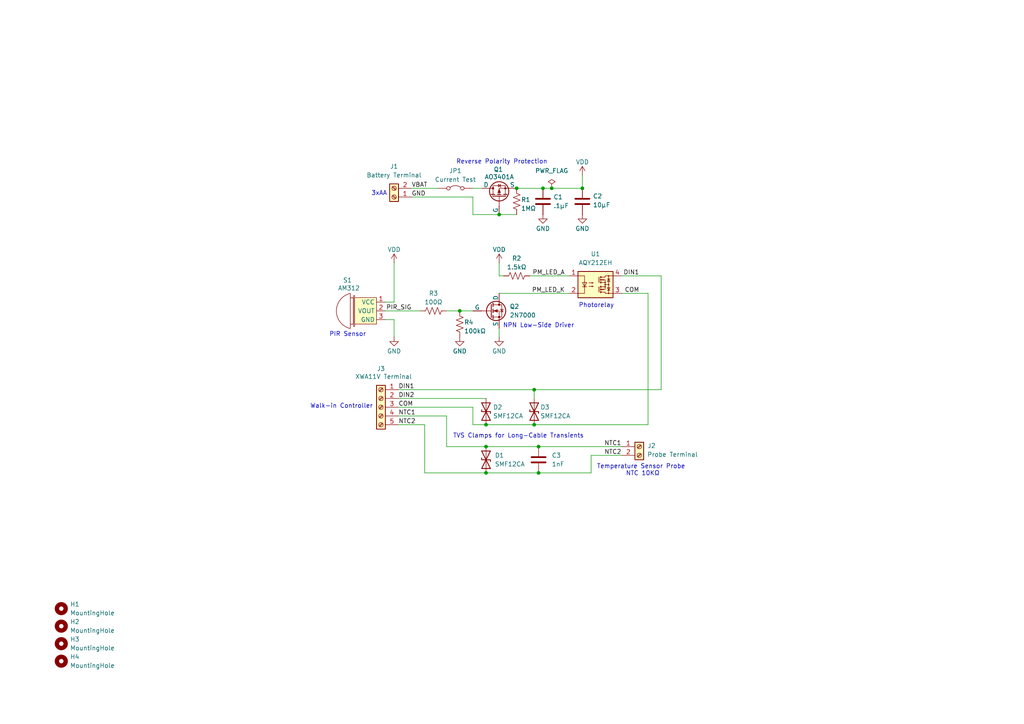
<source format=kicad_sch>
(kicad_sch (version 20250114) (generator "eeschema") (generator_version "9.0")
  (paper "A4")
  (title_block (title "Walk-In PIR Motion Interface") (date "2025-12-30") (rev "B") (company "Eli Bell") (comment 2 "wiring protection.") (comment 3 "controller for motion-activated lighting. Includes NTC probe pass-through and field") (comment 4 "Battery-powered PIR interface providing an isolated dry-contact output to an XWA11V "))
  (lib_symbols
    (symbol "Connector:Screw_Terminal_01x02" (pin_names (offset 1.016) (hide yes))
      (property "Reference" "J3" (at 0 -8.89 0))
      (property "Value" "Probe Terminal" (at 0 -6.35 0))
      (symbol "Screw_Terminal_01x02_1_1"
        (rectangle (start -1.27 1.27) (end 1.27 -3.81) (stroke (width 0.254)) (fill (type background)))
        (polyline (pts (xy -0.5334 0.3302) (xy 0.3302 -0.508)) (stroke (width 0.1524)))
        (polyline (pts (xy -0.5334 -2.2098) (xy 0.3302 -3.048)) (stroke (width 0.1524)))
        (polyline (pts (xy -0.3556 0.508) (xy 0.508 -0.3302)) (stroke (width 0.1524)))
        (polyline (pts (xy -0.3556 -2.032) (xy 0.508 -2.8702)) (stroke (width 0.1524)))
        (circle (center 0 0) (radius 0.635) (stroke (width 0.1524)))
        (circle (center 0 -2.54) (radius 0.635) (stroke (width 0.1524)))
        (pin passive line (at -5.08 0 0) (length 3.81) (name "VBAT+") (number "2"))
        (pin passive line (at -5.08 -2.54 0) (length 3.81) (name "VBAT-") (number "1"))
      )
    )
    (symbol "Connector:Screw_Terminal_01x05" (pin_names (offset 1.016) (hide yes))
      (property "Reference" "J" (at 0 7.62 0))
      (property "Value" "Screw_Terminal_01x05" (at 0 -7.62 0))
      (symbol "Screw_Terminal_01x05_1_1"
        (rectangle (start -1.27 6.35) (end 1.27 -6.35) (stroke (width 0.254)) (fill (type background)))
        (polyline (pts (xy -0.5334 5.4102) (xy 0.3302 4.572)) (stroke (width 0.1524)))
        (polyline (pts (xy -0.5334 2.8702) (xy 0.3302 2.032)) (stroke (width 0.1524)))
        (polyline (pts (xy -0.5334 0.3302) (xy 0.3302 -0.508)) (stroke (width 0.1524)))
        (polyline (pts (xy -0.5334 -2.2098) (xy 0.3302 -3.048)) (stroke (width 0.1524)))
        (polyline (pts (xy -0.5334 -4.7498) (xy 0.3302 -5.588)) (stroke (width 0.1524)))
        (polyline (pts (xy -0.3556 5.588) (xy 0.508 4.7498)) (stroke (width 0.1524)))
        (polyline (pts (xy -0.3556 3.048) (xy 0.508 2.2098)) (stroke (width 0.1524)))
        (polyline (pts (xy -0.3556 0.508) (xy 0.508 -0.3302)) (stroke (width 0.1524)))
        (polyline (pts (xy -0.3556 -2.032) (xy 0.508 -2.8702)) (stroke (width 0.1524)))
        (polyline (pts (xy -0.3556 -4.572) (xy 0.508 -5.4102)) (stroke (width 0.1524)))
        (circle (center 0 5.08) (radius 0.635) (stroke (width 0.1524)))
        (circle (center 0 2.54) (radius 0.635) (stroke (width 0.1524)))
        (circle (center 0 0) (radius 0.635) (stroke (width 0.1524)))
        (circle (center 0 -2.54) (radius 0.635) (stroke (width 0.1524)))
        (circle (center 0 -5.08) (radius 0.635) (stroke (width 0.1524)))
        (pin passive line (at -5.08 5.08 0) (length 3.81) (name "Pin_1") (number "1"))
        (pin passive line (at -5.08 2.54 0) (length 3.81) (name "Pin_2") (number "2"))
        (pin passive line (at -5.08 0 0) (length 3.81) (name "Pin_3") (number "3"))
        (pin passive line (at -5.08 -2.54 0) (length 3.81) (name "Pin_4") (number "4"))
        (pin passive line (at -5.08 -5.08 0) (length 3.81) (name "Pin_5") (number "5"))
      )
    )
    (symbol "Device:C" (pin_numbers (hide yes)) (pin_names (offset 0.254))
      (property "Reference" "C" (at 0.635 2.54 0))
      (property "Value" "C" (at 0.635 -2.54 0))
      (symbol "C_0_1"
        (polyline (pts (xy -2.032 0.762) (xy 2.032 0.762)) (stroke (width 0.508)))
        (polyline (pts (xy -2.032 -0.762) (xy 2.032 -0.762)) (stroke (width 0.508)))
      )
      (symbol "C_1_1"
        (pin passive line (at 0 3.81 270) (length 2.794) (name "~") (number "1"))
        (pin passive line (at 0 -3.81 90) (length 2.794) (name "~") (number "2"))
      )
    )
    (symbol "Device:R_US" (pin_numbers (hide yes)) (pin_names (offset 0))
      (property "Reference" "R" (at 2.54 0 90))
      (property "Value" "R_US" (at -2.54 0 90))
      (symbol "R_US_0_1"
        (polyline (pts (xy 0 2.286) (xy 0 2.54)))
        (polyline (pts (xy 0 2.286) (xy 1.016 1.905) (xy 0 1.524) (xy -1.016 1.143) (xy 0 0.762)))
        (polyline (pts (xy 0 0.762) (xy 1.016 0.381) (xy 0 0) (xy -1.016 -0.381) (xy 0 -0.762)))
        (polyline (pts (xy 0 -0.762) (xy 1.016 -1.143) (xy 0 -1.524) (xy -1.016 -1.905) (xy 0 -2.286)))
        (polyline (pts (xy 0 -2.286) (xy 0 -2.54)))
      )
      (symbol "R_US_1_1"
        (pin passive line (at 0 3.81 270) (length 1.27) (name "~") (number "1"))
        (pin passive line (at 0 -3.81 90) (length 1.27) (name "~") (number "2"))
      )
    )
    (symbol "Diode:1N62xxCA" (pin_numbers (hide yes)) (pin_names (offset 1.016) (hide yes))
      (property "Reference" "D" (at 0 2.54 0))
      (property "Value" "1N62xxCA" (at 0 -2.54 0))
      (symbol "1N62xxCA_0_1"
        (polyline (pts (xy -2.54 -1.27) (xy 0 0) (xy -2.54 1.27) (xy -2.54 -1.27)) (stroke (width 0.254)))
        (polyline (pts (xy 0.508 1.27) (xy 0 1.27) (xy 0 -1.27) (xy -0.508 -1.27)) (stroke (width 0.254)))
        (polyline (pts (xy 1.27 0) (xy -1.27 0)))
        (polyline (pts (xy 2.54 1.27) (xy 2.54 -1.27) (xy 0 0) (xy 2.54 1.27)) (stroke (width 0.254)))
      )
      (symbol "1N62xxCA_1_1"
        (pin passive line (at -3.81 0 0) (length 2.54) (name "A1") (number "1"))
        (pin passive line (at 3.81 0 180) (length 2.54) (name "A2") (number "2"))
      )
    )
    (symbol "Jumper:Jumper_2_Bridged" (pin_numbers (hide yes)) (pin_names (offset 0) (hide yes)) (exclude_from_sim yes)
      (property "Reference" "JP" (at 0 1.905 0))
      (property "Value" "Jumper_2_Bridged" (at 0 -2.54 0))
      (symbol "Jumper_2_Bridged_0_0"
        (circle (center -2.032 0) (radius 0.508))
        (circle (center 2.032 0) (radius 0.508))
      )
      (symbol "Jumper_2_Bridged_0_1"
        (arc (start -1.524 0.254) (mid 0 0.762) (end 1.524 0.254))
      )
      (symbol "Jumper_2_Bridged_1_1"
        (pin passive line (at -5.08 0 0) (length 2.54) (name "A") (number "1"))
        (pin passive line (at 5.08 0 180) (length 2.54) (name "B") (number "2"))
      )
    )
    (symbol "Mechanical:MountingHole" (pin_names (offset 1.016)) (exclude_from_sim yes) (in_bom no)
      (property "Reference" "H" (at 0 5.08 0))
      (property "Value" "MountingHole" (at 0 3.175 0))
      (symbol "MountingHole_0_1"
        (circle (center 0 0) (radius 1.27) (stroke (width 1.27)))
      )
    )
    (symbol "Relay_SolidState:TLP3542"
      (property "Reference" "U?" (at 0 8.89 0))
      (property "Value" "AQY212EH" (at 0 6.35 0))
      (symbol "TLP3542_0_1"
        (rectangle (start -5.08 3.81) (end 5.08 -3.81) (stroke (width 0.254)) (fill (type background)))
        (polyline (pts (xy -5.08 2.54) (xy -3.175 2.54) (xy -3.175 -2.54) (xy -5.08 -2.54)))
        (polyline (pts (xy -3.81 -0.635) (xy -2.54 -0.635)))
        (polyline (pts (xy -3.175 -0.635) (xy -3.81 0.635) (xy -2.54 0.635) (xy -3.175 -0.635)))
        (polyline (pts (xy -1.905 0.508) (xy -0.635 0.508) (xy -1.016 0.381) (xy -1.016 0.635) (xy -0.635 0.508)))
        (polyline (pts (xy -1.905 -0.508) (xy -0.635 -0.508) (xy -1.016 -0.635) (xy -1.016 -0.381) (xy -0.635 -0.508)))
        (polyline (pts (xy 1.016 2.159) (xy 1.016 0.635)) (stroke (width 0.2032)))
        (polyline (pts (xy 1.016 -0.635) (xy 1.016 -2.159)) (stroke (width 0.2032)))
        (polyline (pts (xy 1.524 2.286) (xy 1.524 2.032) (xy 1.524 2.032)) (stroke (width 0.3556)))
        (polyline (pts (xy 1.524 1.524) (xy 1.524 1.27) (xy 1.524 1.27)) (stroke (width 0.3556)))
        (polyline (pts (xy 1.524 0.762) (xy 1.524 0.508) (xy 1.524 0.508)) (stroke (width 0.3556)))
        (polyline (pts (xy 1.524 -0.508) (xy 1.524 -0.762)) (stroke (width 0.3556)))
        (polyline (pts (xy 1.524 -1.27) (xy 1.524 -1.524) (xy 1.524 -1.524)) (stroke (width 0.3556)))
        (polyline (pts (xy 1.524 -2.032) (xy 1.524 -2.286) (xy 1.524 -2.286)) (stroke (width 0.3556)))
        (polyline (pts (xy 1.651 2.159) (xy 2.794 2.159) (xy 2.794 2.54) (xy 5.08 2.54)))
        (polyline (pts (xy 1.651 1.397) (xy 2.794 1.397) (xy 2.794 0.635)))
        (polyline (pts (xy 1.651 -0.635) (xy 2.794 -0.635) (xy 2.794 0.635) (xy 1.651 0.635)))
        (polyline (pts (xy 1.651 -1.397) (xy 2.794 -1.397) (xy 2.794 -0.635)))
        (polyline (pts (xy 1.651 -2.159) (xy 2.794 -2.159) (xy 2.794 -2.54) (xy 5.08 -2.54)))
        (polyline (pts (xy 1.778 1.397) (xy 2.286 1.524) (xy 2.286 1.27) (xy 1.778 1.397)))
        (polyline (pts (xy 1.778 -1.397) (xy 2.286 -1.27) (xy 2.286 -1.524) (xy 1.778 -1.397)))
        (circle (center 2.794 0.635) (radius 0.127))
        (polyline (pts (xy 2.794 0) (xy 3.81 0)))
        (circle (center 2.794 0) (radius 0.127))
        (circle (center 2.794 -0.635) (radius 0.127))
        (polyline (pts (xy 3.429 1.651) (xy 4.191 1.651)))
        (polyline (pts (xy 3.429 -1.651) (xy 4.191 -1.651)))
        (circle (center 3.81 2.54) (radius 0.127))
        (polyline (pts (xy 3.81 1.651) (xy 3.429 0.889) (xy 4.191 0.889) (xy 3.81 1.651)))
        (circle (center 3.81 0) (radius 0.127))
        (polyline (pts (xy 3.81 -1.651) (xy 3.429 -0.889) (xy 4.191 -0.889) (xy 3.81 -1.651)))
        (polyline (pts (xy 3.81 -2.54) (xy 3.81 2.54)))
        (circle (center 3.81 -2.54) (radius 0.127))
      )
      (symbol "TLP3542_1_1"
        (pin passive line (at -7.62 2.54 0) (length 2.54) (name "~") (number "1"))
        (pin passive line (at -7.62 -2.54 0) (length 2.54) (name "~") (number "2"))
        (pin passive line (at 7.62 2.54 180) (length 2.54) (name "~") (number "4"))
        (pin passive line (at 7.62 -2.54 180) (length 2.54) (name "~") (number "3"))
      )
    )
    (symbol "Screw_Terminal_01x02_1" (pin_names (offset 1.016) (hide yes))
      (property "Reference" "J1" (at 0 -8.89 0))
      (property "Value" "Battery Terminal" (at 0 -6.35 0))
      (symbol "Screw_Terminal_01x02_1_1_1"
        (rectangle (start -1.27 1.27) (end 1.27 -3.81) (stroke (width 0.254)) (fill (type background)))
        (polyline (pts (xy -0.5334 0.3302) (xy 0.3302 -0.508)) (stroke (width 0.1524)))
        (polyline (pts (xy -0.5334 -2.2098) (xy 0.3302 -3.048)) (stroke (width 0.1524)))
        (polyline (pts (xy -0.3556 0.508) (xy 0.508 -0.3302)) (stroke (width 0.1524)))
        (polyline (pts (xy -0.3556 -2.032) (xy 0.508 -2.8702)) (stroke (width 0.1524)))
        (circle (center 0 0) (radius 0.635) (stroke (width 0.1524)))
        (circle (center 0 -2.54) (radius 0.635) (stroke (width 0.1524)))
        (pin power_in line (at -5.08 0 0) (length 3.81) (name "VBAT+") (number "1"))
        (pin power_out line (at -5.08 -2.54 0) (length 3.81) (name "VBAT-") (number "2"))
      )
    )
    (symbol "Transistor_FET:2N7000" (pin_numbers (hide yes)) (pin_names (offset 0))
      (property "Reference" "Q?" (at 6.35 1.2701 0))
      (property "Value" "2N7000" (at 6.35 -1.2699 0))
      (symbol "2N7000_0_1"
        (polyline (pts (xy 0.254 1.905) (xy 0.254 -1.905)) (stroke (width 0.254)))
        (polyline (pts (xy 0.254 0) (xy -2.54 0)))
        (polyline (pts (xy 0.762 2.286) (xy 0.762 1.27)) (stroke (width 0.254)))
        (polyline (pts (xy 0.762 0.508) (xy 0.762 -0.508)) (stroke (width 0.254)))
        (polyline (pts (xy 0.762 -1.27) (xy 0.762 -2.286)) (stroke (width 0.254)))
        (polyline (pts (xy 0.762 -1.778) (xy 3.302 -1.778) (xy 3.302 1.778) (xy 0.762 1.778)))
        (polyline (pts (xy 1.016 0) (xy 2.032 0.381) (xy 2.032 -0.381) (xy 1.016 0)) (fill (type outline)))
        (circle (center 1.651 0) (radius 2.794) (stroke (width 0.254)))
        (polyline (pts (xy 2.54 2.54) (xy 2.54 1.778)))
        (circle (center 2.54 1.778) (radius 0.254) (fill (type outline)))
        (circle (center 2.54 -1.778) (radius 0.254) (fill (type outline)))
        (polyline (pts (xy 2.54 -2.54) (xy 2.54 0) (xy 0.762 0)))
        (polyline (pts (xy 2.794 0.508) (xy 2.921 0.381) (xy 3.683 0.381) (xy 3.81 0.254)))
        (polyline (pts (xy 3.302 0.381) (xy 2.921 -0.254) (xy 3.683 -0.254) (xy 3.302 0.381)))
      )
      (symbol "2N7000_1_1"
        (pin input line (at -5.08 0 0) (length 2.54) (name "G") (number "2"))
        (pin passive line (at 2.54 5.08 270) (length 2.54) (name "D") (number "3"))
        (pin passive line (at 2.54 -5.08 90) (length 2.54) (name "S") (number "1"))
      )
    )
    (symbol "Transistor_FET:AO3401A" (pin_numbers (hide yes)) (pin_names (offset 0))
      (property "Reference" "Q?" (at 6.35 1.2701 0))
      (property "Value" "AO3401A" (at 6.35 -1.2699 0))
      (symbol "AO3401A_0_1"
        (polyline (pts (xy 0.254 1.905) (xy 0.254 -1.905)) (stroke (width 0.254)))
        (polyline (pts (xy 0.254 0) (xy -2.54 0)))
        (polyline (pts (xy 0.762 2.286) (xy 0.762 1.27)) (stroke (width 0.254)))
        (polyline (pts (xy 0.762 0.508) (xy 0.762 -0.508)) (stroke (width 0.254)))
        (polyline (pts (xy 0.762 -1.27) (xy 0.762 -2.286)) (stroke (width 0.254)))
        (circle (center 1.651 0) (radius 2.794) (stroke (width 0.254)))
        (polyline (pts (xy 2.286 0) (xy 1.27 0.381) (xy 1.27 -0.381) (xy 2.286 0)) (fill (type outline)))
        (polyline (pts (xy 2.54 2.54) (xy 2.54 1.778)))
        (circle (center 2.54 1.778) (radius 0.254) (fill (type outline)))
        (circle (center 2.54 -1.778) (radius 0.254) (fill (type outline)))
        (polyline (pts (xy 2.54 -2.54) (xy 2.54 0) (xy 0.762 0)))
        (polyline (pts (xy 2.794 -0.508) (xy 2.921 -0.381) (xy 3.683 -0.381) (xy 3.81 -0.254)))
        (polyline (pts (xy 3.302 -0.381) (xy 2.921 0.254) (xy 3.683 0.254) (xy 3.302 -0.381)))
      )
      (symbol "AO3401A_1_1"
        (polyline (pts (xy 0.762 1.778) (xy 3.302 1.778) (xy 3.302 -1.778) (xy 0.762 -1.778)))
        (pin input line (at -5.08 0 0) (length 2.54) (name "G") (number "1"))
        (pin passive line (at 2.54 5.08 270) (length 2.54) (name "D") (number "3"))
        (pin passive line (at 2.54 -5.08 90) (length 2.54) (name "S") (number "2"))
      )
    )
    (symbol "my_symbols:AM312" (in_bom no) (on_board no)
      (property "Reference" "S" (at 0 6.35 0))
      (symbol "AM312_0_0"
        (pin power_in line (at 0 6.35 0) (length 2.54) (name "VCC") (number "1"))
        (pin output line (at 0 3.81 0) (length 2.54) (name "VOUT") (number "2"))
        (pin power_out line (at 0 1.27 0) (length 2.54) (name "GND") (number "3"))
      )
      (symbol "AM312_1_1"
        (rectangle (start 2.54 7.62) (end 8.89 0) (fill (type background)))
        (rectangle (start 8.8763 8.2186) (end 9.2494 -0.6714))
        (arc (start 10.2305 8.8649) (mid 14.1968 3.7849) (end 10.2305 -1.2951))
        (rectangle (start 9.2563 7.5949) (end 10.1599 -0.0251))
        (polyline (pts (xy 10.16 8.89) (xy 10.16 7.62)))
        (polyline (pts (xy 10.16 -1.27) (xy 10.16 0)))
      )
    )
    (symbol "power:GND" (power) (pin_numbers (hide yes)) (pin_names (offset 0) (hide yes))
      (property "Value" "GND" (at 0 -3.81 0))
      (symbol "GND_0_1"
        (polyline (pts (xy 0 0) (xy 0 -1.27) (xy 1.27 -1.27) (xy 0 -2.54) (xy -1.27 -1.27) (xy 0 -1.27)))
      )
      (symbol "GND_1_1"
        (pin power_in line (at 0 0 270) (length 0) (name "~") (number "1"))
      )
    )
    (symbol "power:PWR_FLAG" (power) (pin_numbers (hide yes)) (pin_names (offset 0) (hide yes))
      (property "Value" "PWR_FLAG" (at 0 3.81 0))
      (symbol "PWR_FLAG_0_0"
        (pin power_out line (at 0 0 90) (length 0) (name "~") (number "1"))
      )
      (symbol "PWR_FLAG_0_1"
        (polyline (pts (xy 0 0) (xy 0 1.27) (xy -1.016 1.905) (xy 0 2.54) (xy 1.016 1.905) (xy 0 1.27)))
      )
    )
    (symbol "power:VDD" (power) (pin_numbers (hide yes)) (pin_names (offset 0) (hide yes))
      (property "Value" "VDD" (at 0 3.556 0))
      (symbol "VDD_0_1"
        (polyline (pts (xy -0.762 1.27) (xy 0 2.54)))
        (polyline (pts (xy 0 2.54) (xy 0.762 1.27)))
        (polyline (pts (xy 0 0) (xy 0 2.54)))
      )
      (symbol "VDD_1_1"
        (pin power_in line (at 0 0 90) (length 0) (name "~") (number "1"))
      )
    )
  )
  (text "PIR Sensor" (at 100.838 97.028 0) (effects (font (size 1.27 1.27))))
  (text "TVS Clamps for Long-Cable Transients" (at 150.368 126.492 0) (effects (font (size 1.27 1.27))))
  (text "Photorelay" (at 172.974 88.646 0) (effects (font (size 1.27 1.27))))
  (text "3xAA" (at 109.982 56.134 0) (effects (font (size 1.27 1.27))))
  (text "NTC 10KΩ" (at 186.436 137.414 0) (effects (font (size 1.27 1.27))))
  (text "Walk-in Controller" (at 99.06 117.856 0) (effects (font (size 1.27 1.27))))
  (text "Temperature Sensor Probe" (at 185.928 135.382 0) (effects (font (size 1.27 1.27))))
  (text "NPN Low-Side Driver" (at 156.21 94.488 0) (effects (font (size 1.27 1.27))))
  (text "Reverse Polarity Protection" (at 145.542 46.99 0) (effects (font (size 1.27 1.27))))
  (junction (at 156.21 137.16))
  (junction (at 149.86 54.61))
  (junction (at 160.02 54.61))
  (junction (at 140.97 129.54))
  (junction (at 140.97 137.16))
  (junction (at 133.35 90.17))
  (junction (at 156.21 129.54))
  (junction (at 140.97 123.19))
  (junction (at 168.91 54.61))
  (junction (at 154.94 123.19))
  (junction (at 154.94 113.03))
  (junction (at 157.48 54.61))
  (junction (at 144.78 62.23))
  (wire (pts (xy 140.97 129.54) (xy 156.21 129.54)))
  (wire (pts (xy 129.54 120.65) (xy 115.57 120.65)))
  (wire (pts (xy 140.97 123.19) (xy 154.94 123.19)))
  (wire (pts (xy 156.21 137.16) (xy 171.45 137.16)))
  (wire (pts (xy 137.16 62.23) (xy 144.78 62.23)))
  (wire (pts (xy 115.57 113.03) (xy 154.94 113.03)))
  (wire (pts (xy 149.86 54.61) (xy 157.48 54.61)))
  (wire (pts (xy 153.67 80.01) (xy 165.1 80.01)))
  (wire (pts (xy 140.97 137.16) (xy 156.21 137.16)))
  (wire (pts (xy 114.3 92.71) (xy 111.76 92.71)))
  (wire (pts (xy 119.38 54.61) (xy 127 54.61)))
  (wire (pts (xy 115.57 118.11) (xy 137.16 118.11)))
  (wire (pts (xy 168.91 50.8) (xy 168.91 54.61)))
  (wire (pts (xy 115.57 123.19) (xy 123.19 123.19)))
  (wire (pts (xy 114.3 97.79) (xy 114.3 92.71)))
  (wire (pts (xy 144.78 80.01) (xy 144.78 76.2)))
  (wire (pts (xy 115.57 115.57) (xy 140.97 115.57)))
  (wire (pts (xy 144.78 62.23) (xy 149.86 62.23)))
  (wire (pts (xy 187.96 85.09) (xy 187.96 123.19)))
  (wire (pts (xy 123.19 123.19) (xy 123.19 137.16)))
  (wire (pts (xy 111.76 90.17) (xy 121.92 90.17)))
  (wire (pts (xy 154.94 123.19) (xy 187.96 123.19)))
  (wire (pts (xy 129.54 129.54) (xy 129.54 120.65)))
  (wire (pts (xy 129.54 90.17) (xy 133.35 90.17)))
  (wire (pts (xy 160.02 54.61) (xy 168.91 54.61)))
  (wire (pts (xy 137.16 123.19) (xy 137.16 118.11)))
  (wire (pts (xy 157.48 54.61) (xy 160.02 54.61)))
  (wire (pts (xy 140.97 129.54) (xy 129.54 129.54)))
  (wire (pts (xy 123.19 137.16) (xy 140.97 137.16)))
  (wire (pts (xy 191.77 80.01) (xy 191.77 113.03)))
  (wire (pts (xy 137.16 54.61) (xy 139.7 54.61)))
  (wire (pts (xy 180.34 80.01) (xy 191.77 80.01)))
  (wire (pts (xy 171.45 132.08) (xy 171.45 137.16)))
  (wire (pts (xy 137.16 62.23) (xy 137.16 57.15)))
  (wire (pts (xy 133.35 90.17) (xy 137.16 90.17)))
  (wire (pts (xy 171.45 132.08) (xy 180.34 132.08)))
  (wire (pts (xy 154.94 113.03) (xy 191.77 113.03)))
  (wire (pts (xy 137.16 123.19) (xy 140.97 123.19)))
  (wire (pts (xy 154.94 115.57) (xy 154.94 113.03)))
  (wire (pts (xy 114.3 87.63) (xy 111.76 87.63)))
  (wire (pts (xy 144.78 97.79) (xy 144.78 95.25)))
  (wire (pts (xy 156.21 129.54) (xy 180.34 129.54)))
  (wire (pts (xy 144.78 85.09) (xy 165.1 85.09)))
  (wire (pts (xy 180.34 85.09) (xy 187.96 85.09)))
  (wire (pts (xy 146.05 80.01) (xy 144.78 80.01)))
  (wire (pts (xy 114.3 76.2) (xy 114.3 87.63)))
  (wire (pts (xy 119.38 57.15) (xy 137.16 57.15)))
  (label "GND" (at 119.38 57.15 0))
  (label "PM_LED_A" (at 163.83 80.01 180))
  (label "DIN2" (at 115.57 115.57 0))
  (label "VBAT" (at 119.38 54.61 0))
  (label "NTC1" (at 115.57 120.65 0))
  (label "NTC2" (at 115.57 123.19 0))
  (label "PM_LED_K" (at 163.83 85.09 180))
  (label "DIN1" (at 115.57 113.03 0))
  (label "NTC2" (at 175.26 132.08 0))
  (label "NTC1" (at 175.26 129.54 0))
  (label "COM" (at 185.42 85.09 180))
  (label "PIR_SIG" (at 119.38 90.17 180))
  (label "DIN1" (at 185.42 80.01 180))
  (label "COM" (at 115.57 118.11 0))
  (symbol (lib_id "power:PWR_FLAG") (at 160.02 54.61 0) (unit 1)
    (property "Reference" "#FLG01" (effects (hide yes)))
    (property "Value" "PWR_FLAG" (at 160.02 49.53 0))
    (property "Description" "Special symbol for telling ERC where power comes from" (effects (hide yes)))
  )
  (symbol (lib_id "Device:R_US") (at 149.86 80.01 90) (unit 1)
    (property "Reference" "R2" (at 149.86 74.93 90))
    (property "Value" "1.5kΩ" (at 149.86 77.47 90))
    (property "Footprint" "Resistor_THT:R_Axial_DIN0207_L6.3mm_D2.5mm_P10.16mm_Horizontal" (effects (hide yes)))
    (property "Description" "Resistor, US symbol" (effects (hide yes)))
  )
  (symbol (lib_id "Mechanical:MountingHole") (at 17.78 176.53 0) (unit 1) (exclude_from_sim yes) (in_bom no)
    (property "Reference" "H1" (at 20.32 175.2599 0) (effects (justify left)))
    (property "Value" "MountingHole" (at 20.32 177.7999 0) (effects (justify left)))
    (property "Footprint" "MountingHole:MountingHole_3.2mm_M3" (effects (hide yes)))
    (property "Description" "Mounting Hole without connection" (effects (hide yes)))
  )
  (symbol (lib_id "Relay_SolidState:TLP3542") (at 172.72 82.55 0) (unit 1)
    (property "Reference" "U1" (at 172.72 73.66 0))
    (property "Value" "AQY212EH" (at 172.72 76.2 0))
    (property "Footprint" "Package_DIP:DIP-4_W7.62mm" (effects (hide yes)))
    (property "Datasheet" "https://na.industrial.panasonic.com/file-download/486" (effects (hide yes)))
    (property "Description" "Solid State Photo-Coupled Relay (Photorelay) SPST-NO (1 Form A) 4-DIP (0.300\", 7.62mm)" (effects (hide yes)))
  )
  (symbol (lib_id "Connector:Screw_Terminal_01x05") (at 110.49 118.11 0) (mirror y) (unit 1)
    (property "Reference" "J3" (at 110.49 106.934 0))
    (property "Value" "XWA11V Terminal" (at 111.252 109.22 0))
    (property "Footprint" "TerminalBlock_Phoenix:TerminalBlock_Phoenix_MPT-0,5-5-2.54_1x05_P2.54mm_Horizontal" (effects (hide yes)))
    (property "Description" "Generic screw terminal, single row, 01x05, script generated (kicad-library-utils/schlib/autogen/connector/)" (effects (hide yes)))
  )
  (symbol (lib_id "power:VDD") (at 114.3 76.2 0) (unit 1)
    (property "Reference" "#PWR04" (effects (hide yes)))
    (property "Value" "VDD" (at 114.3 72.39 0))
    (property "Description" "Power symbol creates a global label with name \"VDD\"" (effects (hide yes)))
  )
  (symbol (lib_id "Device:C") (at 168.91 58.42 0) (unit 1)
    (property "Reference" "C2" (at 171.958 56.896 0) (effects (justify left)))
    (property "Value" "10µF" (at 171.958 59.436 0) (effects (justify left)))
    (property "Footprint" "Capacitor_THT:C_Disc_D4.3mm_W1.9mm_P5.00mm" (effects (hide yes)))
    (property "Description" "Unpolarized capacitor" (effects (hide yes)))
  )
  (symbol (lib_id "power:VDD") (at 168.91 50.8 0) (unit 1)
    (property "Reference" "#PWR01" (effects (hide yes)))
    (property "Value" "VDD" (at 168.91 46.99 0))
    (property "Description" "Power symbol creates a global label with name \"VDD\"" (effects (hide yes)))
  )
  (symbol (lib_id "Diode:1N62xxCA") (at 140.97 119.38 90) (unit 1)
    (property "Reference" "D2" (at 143.002 118.11 90) (effects (justify right)))
    (property "Value" "SMF12CA" (at 143.002 120.65 90) (effects (justify right)))
    (property "Footprint" "Diode_SMD:D_SOD-123F" (effects (hide yes)))
    (property "Datasheet" "https://www.vishay.com/docs/88301/15ke.pdf" (effects (hide yes)))
    (property "Description" "1500W bidirectional TRANSZORB® Transient Voltage Suppressor, DO-201AE" (effects (hide yes)))
  )
  (symbol (lib_id "Transistor_FET:2N7000") (at 142.24 90.17 0) (unit 1)
    (property "Reference" "Q2" (at 147.828 88.9 0) (effects (justify left)))
    (property "Value" "2N7000" (at 147.828 91.44 0) (effects (justify left)))
    (property "Footprint" "Package_TO_SOT_THT:TO-92_Inline" (effects (hide yes)))
    (property "Datasheet" "https://www.vishay.com/docs/70226/70226.pdf" (effects (hide yes)))
    (property "Description" "0.2A Id, 200V Vds, N-Channel MOSFET, 2.6V Logic Level, TO-92" (effects (hide yes)))
  )
  (symbol (lib_id "my_symbols:AM312") (at 111.76 93.98 0) (mirror y) (unit 1)
    (property "Reference" "S1" (at 102.108 81.2675 0) (effects (justify left)))
    (property "Value" "AM312" (at 104.394 83.566 0) (effects (justify left)))
    (property "Footprint" "Connector_PinHeader_2.54mm:PinHeader_1x03_P2.54mm_Vertical" (effects (hide yes)))
    (property "Datasheet" "https://www.image.micros.com.pl/_dane_techniczne_auto/cz%20am312.pdf" (effects (hide yes)))
    (property "Description" "Digital Intelligent Passive Infrared Sensor" (effects (hide yes)))
  )
  (symbol (lib_name "Screw_Terminal_01x02_1") (lib_id "Connector:Screw_Terminal_01x02") (at 114.3 57.15 180) (unit 1)
    (property "Reference" "J1" (at 114.3 48.26 0))
    (property "Value" "Battery Terminal" (at 114.3 50.8 0))
    (property "Footprint" "TerminalBlock_Phoenix:TerminalBlock_Phoenix_MPT-0,5-2-2.54_1x02_P2.54mm_Horizontal" (effects (hide yes)))
    (property "Description" "Generic screw terminal, single row, 01x02, script generated (kicad-library-utils/schlib/autogen/connector/)" (effects (hide yes)))
  )
  (symbol (lib_id "power:GND") (at 133.35 97.79 0) (unit 1)
    (property "Reference" "#PWR07" (effects (hide yes)))
    (property "Value" "GND" (at 133.35 101.854 0))
    (property "Description" "Power symbol creates a global label with name \"GND\" , ground" (effects (hide yes)))
  )
  (symbol (lib_id "Device:C") (at 157.48 58.42 0) (unit 1)
    (property "Reference" "C1" (at 160.528 57.15 0) (effects (justify left)))
    (property "Value" ".1µF" (at 160.528 59.69 0) (effects (justify left)))
    (property "Footprint" "Capacitor_THT:C_Disc_D4.3mm_W1.9mm_P5.00mm" (effects (hide yes)))
    (property "Description" "Unpolarized capacitor" (effects (hide yes)))
  )
  (symbol (lib_id "Device:R_US") (at 133.35 93.98 0) (unit 1)
    (property "Reference" "R4" (at 134.62 93.472 0) (effects (justify left)))
    (property "Value" "100kΩ" (at 134.62 96.012 0) (effects (justify left)))
    (property "Footprint" "Resistor_THT:R_Axial_DIN0207_L6.3mm_D2.5mm_P10.16mm_Horizontal" (effects (hide yes)))
    (property "Description" "Resistor, US symbol" (effects (hide yes)))
  )
  (symbol (lib_id "Mechanical:MountingHole") (at 17.78 181.61 0) (unit 1) (exclude_from_sim yes) (in_bom no)
    (property "Reference" "H2" (at 20.32 180.3399 0) (effects (justify left)))
    (property "Value" "MountingHole" (at 20.32 182.8799 0) (effects (justify left)))
    (property "Footprint" "MountingHole:MountingHole_3.2mm_M3" (effects (hide yes)))
    (property "Description" "Mounting Hole without connection" (effects (hide yes)))
  )
  (symbol (lib_id "Connector:Screw_Terminal_01x02") (at 185.42 132.08 0) (mirror x) (unit 1)
    (property "Reference" "J2" (at 188.976 129.286 0))
    (property "Value" "Probe Terminal" (at 195.072 131.826 0))
    (property "Footprint" "TerminalBlock_Phoenix:TerminalBlock_Phoenix_MPT-0,5-2-2.54_1x02_P2.54mm_Horizontal" (effects (hide yes)))
    (property "Description" "Generic screw terminal, single row, 01x02, script generated (kicad-library-utils/schlib/autogen/connector/)" (effects (hide yes)))
  )
  (symbol (lib_id "Diode:1N62xxCA") (at 140.97 133.35 90) (unit 1)
    (property "Reference" "D1" (at 143.51 132.0799 90) (effects (justify right)))
    (property "Value" "SMF12CA" (at 143.51 134.6199 90) (effects (justify right)))
    (property "Footprint" "Diode_SMD:D_SOD-123F" (effects (hide yes)))
    (property "Datasheet" "https://www.vishay.com/docs/88301/15ke.pdf" (effects (hide yes)))
    (property "Description" "1500W bidirectional TRANSZORB® Transient Voltage Suppressor, DO-201AE" (effects (hide yes)))
  )
  (symbol (lib_id "Device:R_US") (at 125.73 90.17 90) (unit 1)
    (property "Reference" "R3" (at 125.73 85.09 90))
    (property "Value" "100Ω" (at 125.73 87.63 90))
    (property "Footprint" "Resistor_THT:R_Axial_DIN0207_L6.3mm_D2.5mm_P10.16mm_Horizontal" (effects (hide yes)))
    (property "Description" "Resistor, US symbol" (effects (hide yes)))
  )
  (symbol (lib_id "Mechanical:MountingHole") (at 17.78 191.77 0) (unit 1) (exclude_from_sim yes) (in_bom no)
    (property "Reference" "H4" (at 20.32 190.4999 0) (effects (justify left)))
    (property "Value" "MountingHole" (at 20.32 193.0399 0) (effects (justify left)))
    (property "Footprint" "MountingHole:MountingHole_3.2mm_M3" (effects (hide yes)))
    (property "Description" "Mounting Hole without connection" (effects (hide yes)))
  )
  (symbol (lib_id "Transistor_FET:AO3401A") (at 144.78 57.15 90) (unit 1)
    (property "Reference" "Q1" (at 145.9229 49.149 90) (effects (justify left)))
    (property "Value" "AO3401A" (at 149.098 51.308 90) (effects (justify left)))
    (property "Footprint" "Package_TO_SOT_SMD:SOT-23-3" (effects (hide yes)))
    (property "Datasheet" "http://www.aosmd.com/pdfs/datasheet/AO3401A.pdf" (effects (hide yes)))
    (property "Description" "-4.0A Id, -30V Vds, P-Channel MOSFET, SOT-23" (effects (hide yes)))
  )
  (symbol (lib_id "power:GND") (at 144.78 97.79 0) (unit 1)
    (property "Reference" "#PWR08" (effects (hide yes)))
    (property "Value" "GND" (at 144.78 101.854 0))
    (property "Description" "Power symbol creates a global label with name \"GND\" , ground" (effects (hide yes)))
  )
  (symbol (lib_id "power:GND") (at 168.91 62.23 0) (unit 1)
    (property "Reference" "#PWR03" (effects (hide yes)))
    (property "Value" "GND" (at 168.91 66.294 0))
    (property "Description" "Power symbol creates a global label with name \"GND\" , ground" (effects (hide yes)))
  )
  (symbol (lib_id "Diode:1N62xxCA") (at 154.94 119.38 90) (unit 1)
    (property "Reference" "D3" (at 156.718 118.11 90) (effects (justify right)))
    (property "Value" "SMF12CA" (at 156.718 120.65 90) (effects (justify right)))
    (property "Footprint" "Diode_SMD:D_SOD-123F" (effects (hide yes)))
    (property "Datasheet" "https://www.vishay.com/docs/88301/15ke.pdf" (effects (hide yes)))
    (property "Description" "1500W bidirectional TRANSZORB® Transient Voltage Suppressor, DO-201AE" (effects (hide yes)))
  )
  (symbol (lib_id "Jumper:Jumper_2_Bridged") (at 132.08 54.61 0) (unit 1) (exclude_from_sim yes)
    (property "Reference" "JP1" (at 132.08 49.53 0))
    (property "Value" "Current Test" (at 132.08 52.07 0))
    (property "Footprint" "TestPoint:TestPoint_2Pads_Pitch2.54mm_Drill0.8mm" (effects (hide yes)))
    (property "Description" "Jumper, 2-pole, closed/bridged" (effects (hide yes)))
  )
  (symbol (lib_id "power:GND") (at 114.3 97.79 0) (unit 1)
    (property "Reference" "#PWR06" (effects (hide yes)))
    (property "Value" "GND" (at 114.3 101.854 0))
    (property "Description" "Power symbol creates a global label with name \"GND\" , ground" (effects (hide yes)))
  )
  (symbol (lib_id "Device:C") (at 156.21 133.35 0) (unit 1)
    (property "Reference" "C3" (at 160.02 132.0799 0) (effects (justify left)))
    (property "Value" "1nF" (at 160.02 134.6199 0) (effects (justify left)))
    (property "Footprint" "Capacitor_THT:C_Disc_D4.3mm_W1.9mm_P5.00mm" (effects (hide yes)))
    (property "Description" "Unpolarized capacitor" (effects (hide yes)))
  )
  (symbol (lib_id "Device:R_US") (at 149.86 58.42 0) (unit 1)
    (property "Reference" "R1" (at 151.13 57.912 0) (effects (justify left)))
    (property "Value" "1MΩ" (at 151.13 60.452 0) (effects (justify left)))
    (property "Footprint" "Resistor_THT:R_Axial_DIN0207_L6.3mm_D2.5mm_P10.16mm_Horizontal" (effects (hide yes)))
    (property "Description" "Resistor, US symbol" (effects (hide yes)))
  )
  (symbol (lib_id "power:VDD") (at 144.78 76.2 0) (unit 1)
    (property "Reference" "#PWR05" (effects (hide yes)))
    (property "Value" "VDD" (at 144.78 72.39 0))
    (property "Description" "Power symbol creates a global label with name \"VDD\"" (effects (hide yes)))
  )
  (symbol (lib_id "power:GND") (at 157.48 62.23 0) (unit 1)
    (property "Reference" "#PWR02" (effects (hide yes)))
    (property "Value" "GND" (at 157.48 66.294 0))
    (property "Description" "Power symbol creates a global label with name \"GND\" , ground" (effects (hide yes)))
  )
  (symbol (lib_id "Mechanical:MountingHole") (at 17.78 186.69 0) (unit 1) (exclude_from_sim yes) (in_bom no)
    (property "Reference" "H3" (at 20.32 185.4199 0) (effects (justify left)))
    (property "Value" "MountingHole" (at 20.32 187.9599 0) (effects (justify left)))
    (property "Footprint" "MountingHole:MountingHole_3.2mm_M3" (effects (hide yes)))
    (property "Description" "Mounting Hole without connection" (effects (hide yes)))
  )
)
</source>
